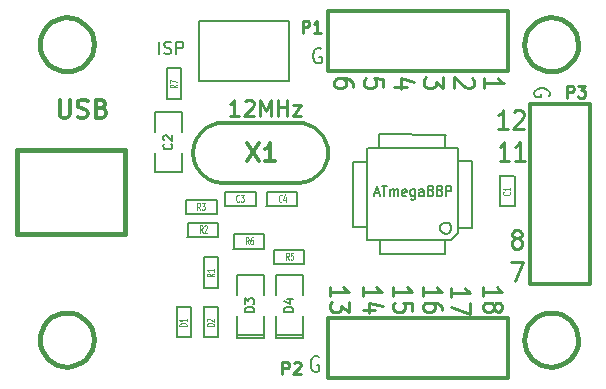
<source format=gto>
G04 (created by PCBNEW-RS274X (2011-11-27 BZR 3249)-stable) date 10/09/2012 4:48:29 p.m.*
G01*
G70*
G90*
%MOIN*%
G04 Gerber Fmt 3.4, Leading zero omitted, Abs format*
%FSLAX34Y34*%
G04 APERTURE LIST*
%ADD10C,0.006000*%
%ADD11C,0.007900*%
%ADD12C,0.009800*%
%ADD13C,0.012000*%
%ADD14C,0.015000*%
%ADD15C,0.005000*%
%ADD16C,0.008000*%
%ADD17C,0.012500*%
%ADD18C,0.010000*%
%ADD19C,0.005900*%
%ADD20C,0.003900*%
%ADD21C,0.008700*%
G04 APERTURE END LIST*
G54D10*
G54D11*
X39836Y-21527D02*
X39791Y-21502D01*
X39723Y-21502D01*
X39656Y-21527D01*
X39611Y-21575D01*
X39588Y-21624D01*
X39566Y-21722D01*
X39566Y-21795D01*
X39588Y-21892D01*
X39611Y-21941D01*
X39656Y-21990D01*
X39723Y-22014D01*
X39768Y-22014D01*
X39836Y-21990D01*
X39858Y-21965D01*
X39858Y-21795D01*
X39768Y-21795D01*
X47433Y-23112D02*
X47458Y-23067D01*
X47458Y-22999D01*
X47433Y-22932D01*
X47385Y-22887D01*
X47336Y-22864D01*
X47238Y-22842D01*
X47165Y-22842D01*
X47068Y-22864D01*
X47019Y-22887D01*
X46970Y-22932D01*
X46946Y-22999D01*
X46946Y-23044D01*
X46970Y-23112D01*
X46995Y-23134D01*
X47165Y-23134D01*
X47165Y-23044D01*
X39758Y-31803D02*
X39713Y-31778D01*
X39645Y-31778D01*
X39578Y-31803D01*
X39533Y-31851D01*
X39510Y-31900D01*
X39488Y-31998D01*
X39488Y-32071D01*
X39510Y-32168D01*
X39533Y-32217D01*
X39578Y-32266D01*
X39645Y-32290D01*
X39690Y-32290D01*
X39758Y-32266D01*
X39780Y-32241D01*
X39780Y-32071D01*
X39690Y-32071D01*
G54D12*
X45245Y-29773D02*
X45245Y-29458D01*
X45245Y-29615D02*
X45875Y-29615D01*
X45785Y-29563D01*
X45725Y-29510D01*
X45695Y-29458D01*
X45605Y-30088D02*
X45635Y-30035D01*
X45665Y-30009D01*
X45725Y-29983D01*
X45755Y-29983D01*
X45815Y-30009D01*
X45845Y-30035D01*
X45875Y-30088D01*
X45875Y-30193D01*
X45845Y-30245D01*
X45815Y-30272D01*
X45755Y-30298D01*
X45725Y-30298D01*
X45665Y-30272D01*
X45635Y-30245D01*
X45605Y-30193D01*
X45605Y-30088D01*
X45575Y-30035D01*
X45545Y-30009D01*
X45485Y-29983D01*
X45365Y-29983D01*
X45305Y-30009D01*
X45275Y-30035D01*
X45245Y-30088D01*
X45245Y-30193D01*
X45275Y-30245D01*
X45305Y-30272D01*
X45365Y-30298D01*
X45485Y-30298D01*
X45545Y-30272D01*
X45575Y-30245D01*
X45605Y-30193D01*
X44182Y-29812D02*
X44182Y-29497D01*
X44182Y-29654D02*
X44812Y-29654D01*
X44722Y-29602D01*
X44662Y-29549D01*
X44632Y-29497D01*
X44812Y-29996D02*
X44812Y-30363D01*
X44182Y-30127D01*
X43237Y-29773D02*
X43237Y-29458D01*
X43237Y-29615D02*
X43867Y-29615D01*
X43777Y-29563D01*
X43717Y-29510D01*
X43687Y-29458D01*
X43867Y-30245D02*
X43867Y-30140D01*
X43837Y-30088D01*
X43807Y-30062D01*
X43717Y-30009D01*
X43597Y-29983D01*
X43357Y-29983D01*
X43297Y-30009D01*
X43267Y-30035D01*
X43237Y-30088D01*
X43237Y-30193D01*
X43267Y-30245D01*
X43297Y-30272D01*
X43357Y-30298D01*
X43507Y-30298D01*
X43567Y-30272D01*
X43597Y-30245D01*
X43627Y-30193D01*
X43627Y-30088D01*
X43597Y-30035D01*
X43567Y-30009D01*
X43507Y-29983D01*
X41229Y-29773D02*
X41229Y-29458D01*
X41229Y-29615D02*
X41859Y-29615D01*
X41769Y-29563D01*
X41709Y-29510D01*
X41679Y-29458D01*
X41649Y-30245D02*
X41229Y-30245D01*
X41889Y-30114D02*
X41439Y-29983D01*
X41439Y-30324D01*
X42253Y-29773D02*
X42253Y-29458D01*
X42253Y-29615D02*
X42883Y-29615D01*
X42793Y-29563D01*
X42733Y-29510D01*
X42703Y-29458D01*
X42883Y-30272D02*
X42883Y-30009D01*
X42583Y-29983D01*
X42613Y-30009D01*
X42643Y-30062D01*
X42643Y-30193D01*
X42613Y-30245D01*
X42583Y-30272D01*
X42523Y-30298D01*
X42373Y-30298D01*
X42313Y-30272D01*
X42283Y-30245D01*
X42253Y-30193D01*
X42253Y-30062D01*
X42283Y-30009D01*
X42313Y-29983D01*
X40127Y-29773D02*
X40127Y-29458D01*
X40127Y-29615D02*
X40757Y-29615D01*
X40667Y-29563D01*
X40607Y-29510D01*
X40577Y-29458D01*
X40757Y-29957D02*
X40757Y-30298D01*
X40517Y-30114D01*
X40517Y-30193D01*
X40487Y-30245D01*
X40457Y-30272D01*
X40397Y-30298D01*
X40247Y-30298D01*
X40187Y-30272D01*
X40157Y-30245D01*
X40127Y-30193D01*
X40127Y-30035D01*
X40157Y-29983D01*
X40187Y-29957D01*
X46064Y-24188D02*
X45749Y-24188D01*
X45906Y-24188D02*
X45906Y-23558D01*
X45854Y-23648D01*
X45801Y-23708D01*
X45749Y-23738D01*
X46274Y-23618D02*
X46300Y-23588D01*
X46353Y-23558D01*
X46484Y-23558D01*
X46536Y-23588D01*
X46563Y-23618D01*
X46589Y-23678D01*
X46589Y-23738D01*
X46563Y-23828D01*
X46248Y-24188D01*
X46589Y-24188D01*
X46103Y-25251D02*
X45788Y-25251D01*
X45945Y-25251D02*
X45945Y-24621D01*
X45893Y-24711D01*
X45840Y-24771D01*
X45788Y-24801D01*
X46628Y-25251D02*
X46313Y-25251D01*
X46470Y-25251D02*
X46470Y-24621D01*
X46418Y-24711D01*
X46365Y-24771D01*
X46313Y-24801D01*
X46314Y-27844D02*
X46261Y-27814D01*
X46235Y-27784D01*
X46209Y-27724D01*
X46209Y-27694D01*
X46235Y-27634D01*
X46261Y-27604D01*
X46314Y-27574D01*
X46419Y-27574D01*
X46471Y-27604D01*
X46498Y-27634D01*
X46524Y-27694D01*
X46524Y-27724D01*
X46498Y-27784D01*
X46471Y-27814D01*
X46419Y-27844D01*
X46314Y-27844D01*
X46261Y-27874D01*
X46235Y-27904D01*
X46209Y-27964D01*
X46209Y-28084D01*
X46235Y-28144D01*
X46261Y-28174D01*
X46314Y-28204D01*
X46419Y-28204D01*
X46471Y-28174D01*
X46498Y-28144D01*
X46524Y-28084D01*
X46524Y-27964D01*
X46498Y-27904D01*
X46471Y-27874D01*
X46419Y-27844D01*
X46167Y-28637D02*
X46567Y-28637D01*
X46310Y-29267D01*
X45278Y-22842D02*
X45278Y-22505D01*
X45278Y-22673D02*
X45924Y-22673D01*
X45831Y-22617D01*
X45770Y-22561D01*
X45739Y-22505D01*
X44860Y-22505D02*
X44891Y-22533D01*
X44922Y-22589D01*
X44922Y-22730D01*
X44891Y-22786D01*
X44860Y-22814D01*
X44798Y-22842D01*
X44737Y-22842D01*
X44645Y-22814D01*
X44276Y-22476D01*
X44276Y-22842D01*
X43920Y-22476D02*
X43920Y-22842D01*
X43673Y-22645D01*
X43673Y-22730D01*
X43643Y-22786D01*
X43612Y-22814D01*
X43550Y-22842D01*
X43397Y-22842D01*
X43335Y-22814D01*
X43304Y-22786D01*
X43274Y-22730D01*
X43274Y-22561D01*
X43304Y-22505D01*
X43335Y-22476D01*
X42702Y-22786D02*
X42272Y-22786D01*
X42948Y-22645D02*
X42487Y-22505D01*
X42487Y-22870D01*
X41916Y-22814D02*
X41916Y-22533D01*
X41608Y-22505D01*
X41639Y-22533D01*
X41669Y-22589D01*
X41669Y-22730D01*
X41639Y-22786D01*
X41608Y-22814D01*
X41546Y-22842D01*
X41393Y-22842D01*
X41331Y-22814D01*
X41300Y-22786D01*
X41270Y-22730D01*
X41270Y-22589D01*
X41300Y-22533D01*
X41331Y-22505D01*
X40914Y-22786D02*
X40914Y-22673D01*
X40883Y-22617D01*
X40852Y-22589D01*
X40760Y-22533D01*
X40637Y-22505D01*
X40391Y-22505D01*
X40329Y-22533D01*
X40298Y-22561D01*
X40268Y-22617D01*
X40268Y-22730D01*
X40298Y-22786D01*
X40329Y-22814D01*
X40391Y-22842D01*
X40544Y-22842D01*
X40606Y-22814D01*
X40637Y-22786D01*
X40667Y-22730D01*
X40667Y-22617D01*
X40637Y-22561D01*
X40606Y-22533D01*
X40544Y-22505D01*
G54D13*
X46796Y-29377D02*
X46796Y-23377D01*
X46796Y-23377D02*
X48796Y-23377D01*
X48796Y-23377D02*
X48796Y-29377D01*
X48796Y-29377D02*
X46796Y-29377D01*
G54D14*
X33315Y-27693D02*
X33315Y-24897D01*
X33315Y-24897D02*
X29693Y-24897D01*
X29693Y-24897D02*
X29693Y-27693D01*
X29693Y-27693D02*
X33315Y-27693D01*
G54D10*
X40894Y-25287D02*
X41344Y-25287D01*
X40894Y-27467D02*
X41334Y-27467D01*
X40894Y-25287D02*
X40894Y-27467D01*
X41774Y-24817D02*
X41774Y-24387D01*
X43984Y-24807D02*
X43984Y-24387D01*
X43994Y-24387D02*
X41774Y-24377D01*
X43974Y-28357D02*
X41804Y-28367D01*
X44404Y-27667D02*
X44404Y-24837D01*
X41794Y-28357D02*
X41794Y-27947D01*
X44154Y-27907D02*
X41374Y-27907D01*
X41354Y-24827D02*
X41354Y-27867D01*
X44404Y-24827D02*
X41404Y-24827D01*
X44854Y-27497D02*
X44854Y-25277D01*
X44854Y-25277D02*
X44404Y-25277D01*
X44400Y-27677D02*
X44170Y-27907D01*
X44852Y-27497D02*
X44400Y-27497D01*
X43974Y-27907D02*
X43974Y-28359D01*
X44180Y-27503D02*
X44176Y-27539D01*
X44165Y-27574D01*
X44148Y-27607D01*
X44125Y-27635D01*
X44097Y-27658D01*
X44064Y-27676D01*
X44029Y-27687D01*
X43993Y-27690D01*
X43957Y-27687D01*
X43922Y-27677D01*
X43890Y-27660D01*
X43861Y-27637D01*
X43837Y-27609D01*
X43820Y-27577D01*
X43809Y-27542D01*
X43805Y-27505D01*
X43808Y-27470D01*
X43818Y-27434D01*
X43834Y-27402D01*
X43857Y-27373D01*
X43885Y-27349D01*
X43917Y-27331D01*
X43952Y-27320D01*
X43989Y-27316D01*
X44024Y-27318D01*
X44059Y-27328D01*
X44092Y-27345D01*
X44121Y-27367D01*
X44145Y-27395D01*
X44163Y-27427D01*
X44175Y-27462D01*
X44179Y-27498D01*
X44180Y-27503D01*
G54D15*
X35202Y-23641D02*
X34302Y-23641D01*
X34302Y-23641D02*
X34302Y-24291D01*
X35202Y-24991D02*
X35202Y-25641D01*
X35202Y-25641D02*
X34302Y-25641D01*
X34302Y-25641D02*
X34302Y-24991D01*
X35202Y-24291D02*
X35202Y-23641D01*
X46287Y-26767D02*
X46287Y-25763D01*
X45815Y-25743D02*
X45815Y-26767D01*
X45815Y-26767D02*
X46287Y-26767D01*
X45819Y-25754D02*
X46279Y-25754D01*
X36642Y-26767D02*
X37646Y-26767D01*
X37666Y-26295D02*
X36642Y-26295D01*
X36642Y-26295D02*
X36642Y-26767D01*
X37655Y-26299D02*
X37655Y-26759D01*
X39044Y-26295D02*
X38040Y-26295D01*
X38020Y-26767D02*
X39044Y-26767D01*
X39044Y-26767D02*
X39044Y-26295D01*
X38031Y-26763D02*
X38031Y-26303D01*
X35500Y-31138D02*
X35500Y-30134D01*
X35028Y-30114D02*
X35028Y-31138D01*
X35028Y-31138D02*
X35500Y-31138D01*
X35032Y-30125D02*
X35492Y-30125D01*
X36405Y-31138D02*
X36405Y-30134D01*
X35933Y-30114D02*
X35933Y-31138D01*
X35933Y-31138D02*
X36405Y-31138D01*
X35937Y-30125D02*
X36397Y-30125D01*
X35185Y-23185D02*
X35185Y-22181D01*
X34713Y-22161D02*
X34713Y-23185D01*
X34713Y-23185D02*
X35185Y-23185D01*
X34717Y-22172D02*
X35177Y-22172D01*
X37941Y-27712D02*
X36937Y-27712D01*
X36917Y-28184D02*
X37941Y-28184D01*
X37941Y-28184D02*
X37941Y-27712D01*
X36928Y-28180D02*
X36928Y-27720D01*
X39280Y-28224D02*
X38276Y-28224D01*
X38256Y-28696D02*
X39280Y-28696D01*
X39280Y-28696D02*
X39280Y-28224D01*
X38267Y-28692D02*
X38267Y-28232D01*
X35342Y-27042D02*
X36346Y-27042D01*
X36366Y-26570D02*
X35342Y-26570D01*
X35342Y-26570D02*
X35342Y-27042D01*
X36355Y-26574D02*
X36355Y-27034D01*
X36405Y-29484D02*
X36405Y-28480D01*
X35933Y-28460D02*
X35933Y-29484D01*
X35933Y-29484D02*
X36405Y-29484D01*
X35937Y-28471D02*
X36397Y-28471D01*
X36406Y-27318D02*
X35402Y-27318D01*
X35382Y-27790D02*
X36406Y-27790D01*
X36406Y-27790D02*
X36406Y-27318D01*
X35393Y-27786D02*
X35393Y-27326D01*
G54D13*
X40071Y-30495D02*
X46071Y-30495D01*
X46071Y-30495D02*
X46071Y-32495D01*
X46071Y-32495D02*
X40071Y-32495D01*
X40071Y-32495D02*
X40071Y-30495D01*
X46071Y-22259D02*
X40071Y-22259D01*
X40071Y-22259D02*
X40071Y-20259D01*
X40071Y-20259D02*
X46071Y-20259D01*
X46071Y-20259D02*
X46071Y-22259D01*
G54D16*
X35772Y-20610D02*
X38772Y-20610D01*
X38772Y-22610D02*
X35772Y-22610D01*
X35772Y-22610D02*
X35772Y-20610D01*
X38772Y-20610D02*
X38772Y-22610D01*
G54D17*
X36573Y-25995D02*
X39073Y-25995D01*
X36573Y-23995D02*
X39073Y-23995D01*
X40073Y-24995D02*
X40069Y-24908D01*
X40057Y-24822D01*
X40038Y-24737D01*
X40012Y-24653D01*
X39979Y-24573D01*
X39939Y-24496D01*
X39892Y-24422D01*
X39839Y-24353D01*
X39780Y-24288D01*
X39715Y-24229D01*
X39646Y-24176D01*
X39573Y-24129D01*
X39495Y-24089D01*
X39415Y-24056D01*
X39331Y-24030D01*
X39246Y-24011D01*
X39160Y-23999D01*
X39073Y-23995D01*
X39073Y-25995D02*
X39160Y-25991D01*
X39246Y-25979D01*
X39331Y-25960D01*
X39415Y-25934D01*
X39495Y-25901D01*
X39573Y-25861D01*
X39646Y-25814D01*
X39715Y-25761D01*
X39780Y-25702D01*
X39839Y-25637D01*
X39892Y-25568D01*
X39939Y-25494D01*
X39979Y-25417D01*
X40012Y-25337D01*
X40038Y-25253D01*
X40057Y-25168D01*
X40069Y-25082D01*
X40073Y-24995D01*
X36573Y-23995D02*
X36486Y-23999D01*
X36400Y-24011D01*
X36315Y-24030D01*
X36231Y-24056D01*
X36151Y-24089D01*
X36074Y-24129D01*
X36000Y-24176D01*
X35931Y-24229D01*
X35866Y-24288D01*
X35807Y-24353D01*
X35754Y-24422D01*
X35707Y-24496D01*
X35667Y-24573D01*
X35634Y-24653D01*
X35608Y-24737D01*
X35589Y-24822D01*
X35577Y-24908D01*
X35573Y-24995D01*
X35573Y-24995D02*
X35577Y-25082D01*
X35589Y-25168D01*
X35608Y-25253D01*
X35634Y-25337D01*
X35667Y-25417D01*
X35707Y-25494D01*
X35754Y-25568D01*
X35807Y-25637D01*
X35866Y-25702D01*
X35931Y-25761D01*
X36000Y-25814D01*
X36074Y-25861D01*
X36151Y-25901D01*
X36231Y-25934D01*
X36315Y-25960D01*
X36400Y-25979D01*
X36486Y-25991D01*
X36573Y-25995D01*
G54D15*
X37031Y-31079D02*
X37031Y-31179D01*
X37031Y-31179D02*
X37931Y-31179D01*
X37931Y-31179D02*
X37931Y-31079D01*
X37031Y-31079D02*
X37931Y-31079D01*
X37931Y-31079D02*
X37931Y-30429D01*
X37031Y-29729D02*
X37031Y-29079D01*
X37031Y-29079D02*
X37931Y-29079D01*
X37931Y-29079D02*
X37931Y-29729D01*
X37031Y-30429D02*
X37031Y-31079D01*
X38330Y-31079D02*
X38330Y-31179D01*
X38330Y-31179D02*
X39230Y-31179D01*
X39230Y-31179D02*
X39230Y-31079D01*
X38330Y-31079D02*
X39230Y-31079D01*
X39230Y-31079D02*
X39230Y-30429D01*
X38330Y-29729D02*
X38330Y-29079D01*
X38330Y-29079D02*
X39230Y-29079D01*
X39230Y-29079D02*
X39230Y-29729D01*
X38330Y-30429D02*
X38330Y-31079D01*
G54D14*
X48408Y-31216D02*
X48390Y-31390D01*
X48340Y-31558D01*
X48257Y-31714D01*
X48146Y-31850D01*
X48011Y-31962D01*
X47856Y-32045D01*
X47688Y-32097D01*
X47514Y-32115D01*
X47340Y-32100D01*
X47171Y-32050D01*
X47016Y-31969D01*
X46879Y-31859D01*
X46766Y-31724D01*
X46681Y-31570D01*
X46628Y-31403D01*
X46609Y-31228D01*
X46623Y-31054D01*
X46672Y-30885D01*
X46752Y-30729D01*
X46861Y-30591D01*
X46995Y-30477D01*
X47148Y-30392D01*
X47315Y-30337D01*
X47490Y-30317D01*
X47664Y-30330D01*
X47833Y-30377D01*
X47990Y-30457D01*
X48128Y-30565D01*
X48243Y-30698D01*
X48330Y-30850D01*
X48385Y-31017D01*
X48407Y-31191D01*
X48408Y-31216D01*
X32266Y-21374D02*
X32248Y-21548D01*
X32198Y-21716D01*
X32115Y-21872D01*
X32004Y-22008D01*
X31869Y-22120D01*
X31714Y-22203D01*
X31546Y-22255D01*
X31372Y-22273D01*
X31198Y-22258D01*
X31029Y-22208D01*
X30874Y-22127D01*
X30737Y-22017D01*
X30624Y-21882D01*
X30539Y-21728D01*
X30486Y-21561D01*
X30467Y-21386D01*
X30481Y-21212D01*
X30530Y-21043D01*
X30610Y-20887D01*
X30719Y-20749D01*
X30853Y-20635D01*
X31006Y-20550D01*
X31173Y-20495D01*
X31348Y-20475D01*
X31522Y-20488D01*
X31691Y-20535D01*
X31848Y-20615D01*
X31986Y-20723D01*
X32101Y-20856D01*
X32188Y-21008D01*
X32243Y-21175D01*
X32265Y-21349D01*
X32266Y-21374D01*
X48408Y-21374D02*
X48390Y-21548D01*
X48340Y-21716D01*
X48257Y-21872D01*
X48146Y-22008D01*
X48011Y-22120D01*
X47856Y-22203D01*
X47688Y-22255D01*
X47514Y-22273D01*
X47340Y-22258D01*
X47171Y-22208D01*
X47016Y-22127D01*
X46879Y-22017D01*
X46766Y-21882D01*
X46681Y-21728D01*
X46628Y-21561D01*
X46609Y-21386D01*
X46623Y-21212D01*
X46672Y-21043D01*
X46752Y-20887D01*
X46861Y-20749D01*
X46995Y-20635D01*
X47148Y-20550D01*
X47315Y-20495D01*
X47490Y-20475D01*
X47664Y-20488D01*
X47833Y-20535D01*
X47990Y-20615D01*
X48128Y-20723D01*
X48243Y-20856D01*
X48330Y-21008D01*
X48385Y-21175D01*
X48407Y-21349D01*
X48408Y-21374D01*
X32266Y-31216D02*
X32248Y-31390D01*
X32198Y-31558D01*
X32115Y-31714D01*
X32004Y-31850D01*
X31869Y-31962D01*
X31714Y-32045D01*
X31546Y-32097D01*
X31372Y-32115D01*
X31198Y-32100D01*
X31029Y-32050D01*
X30874Y-31969D01*
X30737Y-31859D01*
X30624Y-31724D01*
X30539Y-31570D01*
X30486Y-31403D01*
X30467Y-31228D01*
X30481Y-31054D01*
X30530Y-30885D01*
X30610Y-30729D01*
X30719Y-30591D01*
X30853Y-30477D01*
X31006Y-30392D01*
X31173Y-30337D01*
X31348Y-30317D01*
X31522Y-30330D01*
X31691Y-30377D01*
X31848Y-30457D01*
X31986Y-30565D01*
X32101Y-30698D01*
X32188Y-30850D01*
X32243Y-31017D01*
X32265Y-31191D01*
X32266Y-31216D01*
G54D18*
X48039Y-23150D02*
X48039Y-22750D01*
X48192Y-22750D01*
X48230Y-22769D01*
X48249Y-22788D01*
X48268Y-22826D01*
X48268Y-22883D01*
X48249Y-22921D01*
X48230Y-22940D01*
X48192Y-22959D01*
X48039Y-22959D01*
X48401Y-22750D02*
X48649Y-22750D01*
X48515Y-22902D01*
X48573Y-22902D01*
X48611Y-22921D01*
X48630Y-22940D01*
X48649Y-22978D01*
X48649Y-23074D01*
X48630Y-23112D01*
X48611Y-23131D01*
X48573Y-23150D01*
X48458Y-23150D01*
X48420Y-23131D01*
X48401Y-23112D01*
G54D13*
X31121Y-23222D02*
X31121Y-23708D01*
X31149Y-23765D01*
X31178Y-23793D01*
X31235Y-23822D01*
X31349Y-23822D01*
X31407Y-23793D01*
X31435Y-23765D01*
X31464Y-23708D01*
X31464Y-23222D01*
X31721Y-23793D02*
X31807Y-23822D01*
X31950Y-23822D01*
X32007Y-23793D01*
X32036Y-23765D01*
X32064Y-23708D01*
X32064Y-23650D01*
X32036Y-23593D01*
X32007Y-23565D01*
X31950Y-23536D01*
X31836Y-23508D01*
X31778Y-23479D01*
X31750Y-23450D01*
X31721Y-23393D01*
X31721Y-23336D01*
X31750Y-23279D01*
X31778Y-23250D01*
X31836Y-23222D01*
X31978Y-23222D01*
X32064Y-23250D01*
X32521Y-23508D02*
X32607Y-23536D01*
X32635Y-23565D01*
X32664Y-23622D01*
X32664Y-23708D01*
X32635Y-23765D01*
X32607Y-23793D01*
X32549Y-23822D01*
X32321Y-23822D01*
X32321Y-23222D01*
X32521Y-23222D01*
X32578Y-23250D01*
X32607Y-23279D01*
X32635Y-23336D01*
X32635Y-23393D01*
X32607Y-23450D01*
X32578Y-23479D01*
X32521Y-23508D01*
X32321Y-23508D01*
G54D19*
X41619Y-26337D02*
X41769Y-26337D01*
X41589Y-26438D02*
X41694Y-26084D01*
X41799Y-26438D01*
X41859Y-26084D02*
X42039Y-26084D01*
X41949Y-26438D02*
X41949Y-26084D01*
X42144Y-26438D02*
X42144Y-26202D01*
X42144Y-26236D02*
X42159Y-26219D01*
X42189Y-26202D01*
X42234Y-26202D01*
X42264Y-26219D01*
X42279Y-26253D01*
X42279Y-26438D01*
X42279Y-26253D02*
X42294Y-26219D01*
X42324Y-26202D01*
X42369Y-26202D01*
X42399Y-26219D01*
X42414Y-26253D01*
X42414Y-26438D01*
X42684Y-26421D02*
X42654Y-26438D01*
X42594Y-26438D01*
X42564Y-26421D01*
X42549Y-26388D01*
X42549Y-26253D01*
X42564Y-26219D01*
X42594Y-26202D01*
X42654Y-26202D01*
X42684Y-26219D01*
X42699Y-26253D01*
X42699Y-26287D01*
X42549Y-26320D01*
X42969Y-26202D02*
X42969Y-26489D01*
X42954Y-26523D01*
X42939Y-26539D01*
X42909Y-26556D01*
X42864Y-26556D01*
X42834Y-26539D01*
X42969Y-26421D02*
X42939Y-26438D01*
X42879Y-26438D01*
X42849Y-26421D01*
X42834Y-26405D01*
X42819Y-26371D01*
X42819Y-26270D01*
X42834Y-26236D01*
X42849Y-26219D01*
X42879Y-26202D01*
X42939Y-26202D01*
X42969Y-26219D01*
X43254Y-26438D02*
X43254Y-26253D01*
X43239Y-26219D01*
X43209Y-26202D01*
X43149Y-26202D01*
X43119Y-26219D01*
X43254Y-26421D02*
X43224Y-26438D01*
X43149Y-26438D01*
X43119Y-26421D01*
X43104Y-26388D01*
X43104Y-26354D01*
X43119Y-26320D01*
X43149Y-26303D01*
X43224Y-26303D01*
X43254Y-26287D01*
X43449Y-26236D02*
X43419Y-26219D01*
X43404Y-26202D01*
X43389Y-26169D01*
X43389Y-26152D01*
X43404Y-26118D01*
X43419Y-26101D01*
X43449Y-26084D01*
X43509Y-26084D01*
X43539Y-26101D01*
X43554Y-26118D01*
X43569Y-26152D01*
X43569Y-26169D01*
X43554Y-26202D01*
X43539Y-26219D01*
X43509Y-26236D01*
X43449Y-26236D01*
X43419Y-26253D01*
X43404Y-26270D01*
X43389Y-26303D01*
X43389Y-26371D01*
X43404Y-26405D01*
X43419Y-26421D01*
X43449Y-26438D01*
X43509Y-26438D01*
X43539Y-26421D01*
X43554Y-26405D01*
X43569Y-26371D01*
X43569Y-26303D01*
X43554Y-26270D01*
X43539Y-26253D01*
X43509Y-26236D01*
X43749Y-26236D02*
X43719Y-26219D01*
X43704Y-26202D01*
X43689Y-26169D01*
X43689Y-26152D01*
X43704Y-26118D01*
X43719Y-26101D01*
X43749Y-26084D01*
X43809Y-26084D01*
X43839Y-26101D01*
X43854Y-26118D01*
X43869Y-26152D01*
X43869Y-26169D01*
X43854Y-26202D01*
X43839Y-26219D01*
X43809Y-26236D01*
X43749Y-26236D01*
X43719Y-26253D01*
X43704Y-26270D01*
X43689Y-26303D01*
X43689Y-26371D01*
X43704Y-26405D01*
X43719Y-26421D01*
X43749Y-26438D01*
X43809Y-26438D01*
X43839Y-26421D01*
X43854Y-26405D01*
X43869Y-26371D01*
X43869Y-26303D01*
X43854Y-26270D01*
X43839Y-26253D01*
X43809Y-26236D01*
X44004Y-26438D02*
X44004Y-26084D01*
X44124Y-26084D01*
X44154Y-26101D01*
X44169Y-26118D01*
X44184Y-26152D01*
X44184Y-26202D01*
X44169Y-26236D01*
X44154Y-26253D01*
X44124Y-26270D01*
X44004Y-26270D01*
G54D15*
X34845Y-24691D02*
X34859Y-24705D01*
X34873Y-24748D01*
X34873Y-24777D01*
X34859Y-24820D01*
X34831Y-24848D01*
X34802Y-24863D01*
X34745Y-24877D01*
X34702Y-24877D01*
X34645Y-24863D01*
X34616Y-24848D01*
X34588Y-24820D01*
X34573Y-24777D01*
X34573Y-24748D01*
X34588Y-24705D01*
X34602Y-24691D01*
X34602Y-24577D02*
X34588Y-24563D01*
X34573Y-24534D01*
X34573Y-24463D01*
X34588Y-24434D01*
X34602Y-24420D01*
X34631Y-24405D01*
X34659Y-24405D01*
X34702Y-24420D01*
X34873Y-24591D01*
X34873Y-24405D01*
G54D20*
X46125Y-26301D02*
X46137Y-26308D01*
X46148Y-26331D01*
X46148Y-26346D01*
X46137Y-26368D01*
X46114Y-26383D01*
X46091Y-26391D01*
X46045Y-26398D01*
X46010Y-26398D01*
X45964Y-26391D01*
X45941Y-26383D01*
X45919Y-26368D01*
X45907Y-26346D01*
X45907Y-26331D01*
X45919Y-26308D01*
X45930Y-26301D01*
X46148Y-26151D02*
X46148Y-26241D01*
X46148Y-26196D02*
X45907Y-26196D01*
X45941Y-26211D01*
X45964Y-26226D01*
X45976Y-26241D01*
X37108Y-26605D02*
X37101Y-26617D01*
X37078Y-26628D01*
X37063Y-26628D01*
X37041Y-26617D01*
X37026Y-26594D01*
X37018Y-26571D01*
X37011Y-26525D01*
X37011Y-26490D01*
X37018Y-26444D01*
X37026Y-26421D01*
X37041Y-26399D01*
X37063Y-26387D01*
X37078Y-26387D01*
X37101Y-26399D01*
X37108Y-26410D01*
X37160Y-26387D02*
X37258Y-26387D01*
X37205Y-26479D01*
X37228Y-26479D01*
X37243Y-26490D01*
X37250Y-26502D01*
X37258Y-26525D01*
X37258Y-26582D01*
X37250Y-26605D01*
X37243Y-26617D01*
X37228Y-26628D01*
X37183Y-26628D01*
X37168Y-26617D01*
X37160Y-26605D01*
X38526Y-26605D02*
X38519Y-26617D01*
X38496Y-26628D01*
X38481Y-26628D01*
X38459Y-26617D01*
X38444Y-26594D01*
X38436Y-26571D01*
X38429Y-26525D01*
X38429Y-26490D01*
X38436Y-26444D01*
X38444Y-26421D01*
X38459Y-26399D01*
X38481Y-26387D01*
X38496Y-26387D01*
X38519Y-26399D01*
X38526Y-26410D01*
X38661Y-26467D02*
X38661Y-26628D01*
X38623Y-26376D02*
X38586Y-26548D01*
X38683Y-26548D01*
X35361Y-30762D02*
X35120Y-30762D01*
X35120Y-30724D01*
X35132Y-30702D01*
X35154Y-30687D01*
X35177Y-30679D01*
X35223Y-30672D01*
X35258Y-30672D01*
X35304Y-30679D01*
X35327Y-30687D01*
X35350Y-30702D01*
X35361Y-30724D01*
X35361Y-30762D01*
X35361Y-30522D02*
X35361Y-30612D01*
X35361Y-30567D02*
X35120Y-30567D01*
X35154Y-30582D01*
X35177Y-30597D01*
X35189Y-30612D01*
X36266Y-30762D02*
X36025Y-30762D01*
X36025Y-30724D01*
X36037Y-30702D01*
X36059Y-30687D01*
X36082Y-30679D01*
X36128Y-30672D01*
X36163Y-30672D01*
X36209Y-30679D01*
X36232Y-30687D01*
X36255Y-30702D01*
X36266Y-30724D01*
X36266Y-30762D01*
X36048Y-30612D02*
X36037Y-30605D01*
X36025Y-30590D01*
X36025Y-30552D01*
X36037Y-30537D01*
X36048Y-30530D01*
X36071Y-30522D01*
X36094Y-30522D01*
X36128Y-30530D01*
X36266Y-30620D01*
X36266Y-30522D01*
X35046Y-22719D02*
X34931Y-22771D01*
X35046Y-22809D02*
X34805Y-22809D01*
X34805Y-22749D01*
X34817Y-22734D01*
X34828Y-22726D01*
X34851Y-22719D01*
X34885Y-22719D01*
X34908Y-22726D01*
X34920Y-22734D01*
X34931Y-22749D01*
X34931Y-22809D01*
X34805Y-22667D02*
X34805Y-22562D01*
X35046Y-22629D01*
X37423Y-28045D02*
X37371Y-27930D01*
X37333Y-28045D02*
X37333Y-27804D01*
X37393Y-27804D01*
X37408Y-27816D01*
X37416Y-27827D01*
X37423Y-27850D01*
X37423Y-27884D01*
X37416Y-27907D01*
X37408Y-27919D01*
X37393Y-27930D01*
X37333Y-27930D01*
X37558Y-27804D02*
X37528Y-27804D01*
X37513Y-27816D01*
X37505Y-27827D01*
X37490Y-27861D01*
X37483Y-27907D01*
X37483Y-27999D01*
X37490Y-28022D01*
X37498Y-28034D01*
X37513Y-28045D01*
X37543Y-28045D01*
X37558Y-28034D01*
X37565Y-28022D01*
X37573Y-27999D01*
X37573Y-27942D01*
X37565Y-27919D01*
X37558Y-27907D01*
X37543Y-27896D01*
X37513Y-27896D01*
X37498Y-27907D01*
X37490Y-27919D01*
X37483Y-27942D01*
X38762Y-28557D02*
X38710Y-28442D01*
X38672Y-28557D02*
X38672Y-28316D01*
X38732Y-28316D01*
X38747Y-28328D01*
X38755Y-28339D01*
X38762Y-28362D01*
X38762Y-28396D01*
X38755Y-28419D01*
X38747Y-28431D01*
X38732Y-28442D01*
X38672Y-28442D01*
X38904Y-28316D02*
X38829Y-28316D01*
X38822Y-28431D01*
X38829Y-28419D01*
X38844Y-28408D01*
X38882Y-28408D01*
X38897Y-28419D01*
X38904Y-28431D01*
X38912Y-28454D01*
X38912Y-28511D01*
X38904Y-28534D01*
X38897Y-28546D01*
X38882Y-28557D01*
X38844Y-28557D01*
X38829Y-28546D01*
X38822Y-28534D01*
X35808Y-26903D02*
X35756Y-26788D01*
X35718Y-26903D02*
X35718Y-26662D01*
X35778Y-26662D01*
X35793Y-26674D01*
X35801Y-26685D01*
X35808Y-26708D01*
X35808Y-26742D01*
X35801Y-26765D01*
X35793Y-26777D01*
X35778Y-26788D01*
X35718Y-26788D01*
X35860Y-26662D02*
X35958Y-26662D01*
X35905Y-26754D01*
X35928Y-26754D01*
X35943Y-26765D01*
X35950Y-26777D01*
X35958Y-26800D01*
X35958Y-26857D01*
X35950Y-26880D01*
X35943Y-26892D01*
X35928Y-26903D01*
X35883Y-26903D01*
X35868Y-26892D01*
X35860Y-26880D01*
X36266Y-29018D02*
X36151Y-29070D01*
X36266Y-29108D02*
X36025Y-29108D01*
X36025Y-29048D01*
X36037Y-29033D01*
X36048Y-29025D01*
X36071Y-29018D01*
X36105Y-29018D01*
X36128Y-29025D01*
X36140Y-29033D01*
X36151Y-29048D01*
X36151Y-29108D01*
X36266Y-28868D02*
X36266Y-28958D01*
X36266Y-28913D02*
X36025Y-28913D01*
X36059Y-28928D01*
X36082Y-28943D01*
X36094Y-28958D01*
X35888Y-27651D02*
X35836Y-27536D01*
X35798Y-27651D02*
X35798Y-27410D01*
X35858Y-27410D01*
X35873Y-27422D01*
X35881Y-27433D01*
X35888Y-27456D01*
X35888Y-27490D01*
X35881Y-27513D01*
X35873Y-27525D01*
X35858Y-27536D01*
X35798Y-27536D01*
X35948Y-27433D02*
X35955Y-27422D01*
X35970Y-27410D01*
X36008Y-27410D01*
X36023Y-27422D01*
X36030Y-27433D01*
X36038Y-27456D01*
X36038Y-27479D01*
X36030Y-27513D01*
X35940Y-27651D01*
X36038Y-27651D01*
G54D18*
X38551Y-32363D02*
X38551Y-31963D01*
X38704Y-31963D01*
X38742Y-31982D01*
X38761Y-32001D01*
X38780Y-32039D01*
X38780Y-32096D01*
X38761Y-32134D01*
X38742Y-32153D01*
X38704Y-32172D01*
X38551Y-32172D01*
X38932Y-32001D02*
X38951Y-31982D01*
X38989Y-31963D01*
X39085Y-31963D01*
X39123Y-31982D01*
X39142Y-32001D01*
X39161Y-32039D01*
X39161Y-32077D01*
X39142Y-32134D01*
X38913Y-32363D01*
X39161Y-32363D01*
X39221Y-20985D02*
X39221Y-20585D01*
X39374Y-20585D01*
X39412Y-20604D01*
X39431Y-20623D01*
X39450Y-20661D01*
X39450Y-20718D01*
X39431Y-20756D01*
X39412Y-20775D01*
X39374Y-20794D01*
X39221Y-20794D01*
X39831Y-20985D02*
X39602Y-20985D01*
X39716Y-20985D02*
X39716Y-20585D01*
X39678Y-20642D01*
X39640Y-20680D01*
X39602Y-20699D01*
G54D16*
X34441Y-21693D02*
X34441Y-21293D01*
X34612Y-21674D02*
X34669Y-21693D01*
X34765Y-21693D01*
X34803Y-21674D01*
X34822Y-21655D01*
X34841Y-21617D01*
X34841Y-21579D01*
X34822Y-21541D01*
X34803Y-21521D01*
X34765Y-21502D01*
X34688Y-21483D01*
X34650Y-21464D01*
X34631Y-21445D01*
X34612Y-21407D01*
X34612Y-21369D01*
X34631Y-21331D01*
X34650Y-21312D01*
X34688Y-21293D01*
X34784Y-21293D01*
X34841Y-21312D01*
X35012Y-21693D02*
X35012Y-21293D01*
X35165Y-21293D01*
X35203Y-21312D01*
X35222Y-21331D01*
X35241Y-21369D01*
X35241Y-21426D01*
X35222Y-21464D01*
X35203Y-21483D01*
X35165Y-21502D01*
X35012Y-21502D01*
G54D13*
X37377Y-24678D02*
X37777Y-25278D01*
X37777Y-24678D02*
X37377Y-25278D01*
X38319Y-25278D02*
X37976Y-25278D01*
X38148Y-25278D02*
X38148Y-24678D01*
X38091Y-24764D01*
X38033Y-24821D01*
X37976Y-24849D01*
G54D21*
X37100Y-23749D02*
X36802Y-23749D01*
X36951Y-23749D02*
X36951Y-23228D01*
X36901Y-23303D01*
X36852Y-23352D01*
X36802Y-23377D01*
X37298Y-23278D02*
X37323Y-23253D01*
X37373Y-23228D01*
X37497Y-23228D01*
X37546Y-23253D01*
X37571Y-23278D01*
X37596Y-23328D01*
X37596Y-23377D01*
X37571Y-23452D01*
X37273Y-23749D01*
X37596Y-23749D01*
X37819Y-23749D02*
X37819Y-23228D01*
X37993Y-23601D01*
X38166Y-23228D01*
X38166Y-23749D01*
X38414Y-23749D02*
X38414Y-23228D01*
X38414Y-23476D02*
X38712Y-23476D01*
X38712Y-23749D02*
X38712Y-23228D01*
X38910Y-23402D02*
X39183Y-23402D01*
X38910Y-23749D01*
X39183Y-23749D01*
G54D15*
X37602Y-30301D02*
X37302Y-30301D01*
X37302Y-30229D01*
X37317Y-30186D01*
X37345Y-30158D01*
X37374Y-30143D01*
X37431Y-30129D01*
X37474Y-30129D01*
X37531Y-30143D01*
X37560Y-30158D01*
X37588Y-30186D01*
X37602Y-30229D01*
X37602Y-30301D01*
X37302Y-30029D02*
X37302Y-29843D01*
X37417Y-29943D01*
X37417Y-29901D01*
X37431Y-29872D01*
X37445Y-29858D01*
X37474Y-29843D01*
X37545Y-29843D01*
X37574Y-29858D01*
X37588Y-29872D01*
X37602Y-29901D01*
X37602Y-29986D01*
X37588Y-30015D01*
X37574Y-30029D01*
X38901Y-30301D02*
X38601Y-30301D01*
X38601Y-30229D01*
X38616Y-30186D01*
X38644Y-30158D01*
X38673Y-30143D01*
X38730Y-30129D01*
X38773Y-30129D01*
X38830Y-30143D01*
X38859Y-30158D01*
X38887Y-30186D01*
X38901Y-30229D01*
X38901Y-30301D01*
X38701Y-29872D02*
X38901Y-29872D01*
X38587Y-29943D02*
X38801Y-30015D01*
X38801Y-29829D01*
M02*

</source>
